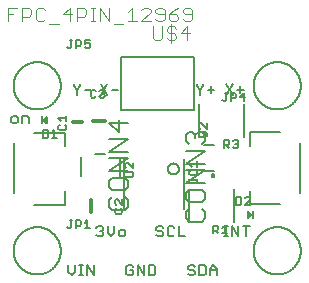
<source format=gbr>
G04 EAGLE Gerber RS-274X export*
G75*
%MOMM*%
%FSLAX34Y34*%
%LPD*%
%INSilkscreen Top*%
%IPPOS*%
%AMOC8*
5,1,8,0,0,1.08239X$1,22.5*%
G01*
%ADD10C,0.152400*%
%ADD11C,0.127000*%
%ADD12C,0.304800*%
%ADD13C,0.203200*%
%ADD14R,0.127000X0.762000*%
%ADD15C,0.101600*%

G36*
X33538Y132593D02*
X33538Y132593D01*
X33567Y132590D01*
X33659Y132610D01*
X33752Y132623D01*
X33779Y132636D01*
X33808Y132642D01*
X33888Y132690D01*
X33972Y132732D01*
X33993Y132753D01*
X34019Y132768D01*
X34080Y132840D01*
X34146Y132906D01*
X34159Y132932D01*
X34179Y132955D01*
X34214Y133042D01*
X34256Y133126D01*
X34260Y133156D01*
X34271Y133183D01*
X34289Y133350D01*
X34289Y138430D01*
X34284Y138459D01*
X34287Y138489D01*
X34265Y138580D01*
X34250Y138673D01*
X34236Y138699D01*
X34229Y138728D01*
X34178Y138807D01*
X34134Y138890D01*
X34113Y138911D01*
X34097Y138936D01*
X34024Y138995D01*
X33956Y139060D01*
X33929Y139072D01*
X33906Y139091D01*
X33818Y139124D01*
X33733Y139163D01*
X33703Y139166D01*
X33676Y139177D01*
X33582Y139180D01*
X33489Y139190D01*
X33459Y139184D01*
X33430Y139185D01*
X33340Y139158D01*
X33248Y139138D01*
X33223Y139123D01*
X33194Y139114D01*
X33052Y139024D01*
X29877Y136484D01*
X29808Y136407D01*
X29735Y136334D01*
X29726Y136317D01*
X29713Y136302D01*
X29671Y136206D01*
X29625Y136114D01*
X29623Y136094D01*
X29615Y136076D01*
X29606Y135973D01*
X29592Y135870D01*
X29596Y135851D01*
X29594Y135831D01*
X29619Y135730D01*
X29638Y135628D01*
X29648Y135611D01*
X29652Y135592D01*
X29708Y135505D01*
X29759Y135414D01*
X29776Y135397D01*
X29784Y135384D01*
X29809Y135364D01*
X29877Y135296D01*
X33052Y132756D01*
X33078Y132741D01*
X33100Y132721D01*
X33185Y132681D01*
X33267Y132635D01*
X33296Y132629D01*
X33323Y132617D01*
X33416Y132607D01*
X33508Y132589D01*
X33538Y132593D01*
G37*
G36*
X204031Y52586D02*
X204031Y52586D01*
X204060Y52585D01*
X204150Y52612D01*
X204242Y52632D01*
X204267Y52647D01*
X204296Y52656D01*
X204438Y52746D01*
X207613Y55286D01*
X207682Y55363D01*
X207755Y55436D01*
X207764Y55454D01*
X207777Y55468D01*
X207819Y55564D01*
X207865Y55656D01*
X207867Y55676D01*
X207875Y55694D01*
X207884Y55797D01*
X207898Y55900D01*
X207894Y55919D01*
X207896Y55939D01*
X207871Y56040D01*
X207852Y56142D01*
X207842Y56159D01*
X207838Y56178D01*
X207782Y56266D01*
X207731Y56356D01*
X207714Y56373D01*
X207706Y56386D01*
X207681Y56406D01*
X207613Y56474D01*
X204438Y59014D01*
X204412Y59029D01*
X204390Y59050D01*
X204305Y59089D01*
X204223Y59135D01*
X204194Y59141D01*
X204167Y59153D01*
X204074Y59163D01*
X203982Y59181D01*
X203952Y59177D01*
X203923Y59180D01*
X203831Y59160D01*
X203738Y59148D01*
X203711Y59134D01*
X203682Y59128D01*
X203602Y59080D01*
X203518Y59038D01*
X203497Y59017D01*
X203471Y59002D01*
X203410Y58930D01*
X203344Y58864D01*
X203331Y58838D01*
X203311Y58815D01*
X203276Y58728D01*
X203234Y58644D01*
X203230Y58614D01*
X203219Y58587D01*
X203201Y58420D01*
X203201Y53340D01*
X203206Y53311D01*
X203203Y53281D01*
X203225Y53190D01*
X203241Y53097D01*
X203254Y53071D01*
X203261Y53042D01*
X203312Y52963D01*
X203356Y52880D01*
X203377Y52859D01*
X203393Y52834D01*
X203466Y52775D01*
X203534Y52711D01*
X203561Y52698D01*
X203584Y52679D01*
X203672Y52646D01*
X203757Y52607D01*
X203787Y52604D01*
X203814Y52593D01*
X203908Y52590D01*
X204001Y52580D01*
X204031Y52586D01*
G37*
D10*
X51788Y13215D02*
X51788Y7453D01*
X54670Y4572D01*
X57551Y7453D01*
X57551Y13215D01*
X61144Y4572D02*
X64025Y4572D01*
X62584Y4572D02*
X62584Y13215D01*
X61144Y13215D02*
X64025Y13215D01*
X67380Y13215D02*
X67380Y4572D01*
X73143Y4572D02*
X67380Y13215D01*
X73143Y13215D02*
X73143Y4572D01*
X75629Y44795D02*
X77070Y46235D01*
X79951Y46235D01*
X81391Y44795D01*
X81391Y43354D01*
X79951Y41914D01*
X78510Y41914D01*
X79951Y41914D02*
X81391Y40473D01*
X81391Y39033D01*
X79951Y37592D01*
X77070Y37592D01*
X75629Y39033D01*
X84984Y40473D02*
X84984Y46235D01*
X84984Y40473D02*
X87866Y37592D01*
X90747Y40473D01*
X90747Y46235D01*
X95780Y37592D02*
X98661Y37592D01*
X100102Y39033D01*
X100102Y41914D01*
X98661Y43354D01*
X95780Y43354D01*
X94340Y41914D01*
X94340Y39033D01*
X95780Y37592D01*
X105351Y13215D02*
X106791Y11775D01*
X105351Y13215D02*
X102470Y13215D01*
X101029Y11775D01*
X101029Y6013D01*
X102470Y4572D01*
X105351Y4572D01*
X106791Y6013D01*
X106791Y8894D01*
X103910Y8894D01*
X110384Y13215D02*
X110384Y4572D01*
X116147Y4572D02*
X110384Y13215D01*
X116147Y13215D02*
X116147Y4572D01*
X119740Y4572D02*
X119740Y13215D01*
X119740Y4572D02*
X124061Y4572D01*
X125502Y6013D01*
X125502Y11775D01*
X124061Y13215D01*
X119740Y13215D01*
X132191Y44795D02*
X130751Y46235D01*
X127870Y46235D01*
X126429Y44795D01*
X126429Y43354D01*
X127870Y41914D01*
X130751Y41914D01*
X132191Y40473D01*
X132191Y39033D01*
X130751Y37592D01*
X127870Y37592D01*
X126429Y39033D01*
X140106Y46235D02*
X141547Y44795D01*
X140106Y46235D02*
X137225Y46235D01*
X135784Y44795D01*
X135784Y39033D01*
X137225Y37592D01*
X140106Y37592D01*
X141547Y39033D01*
X145140Y37592D02*
X145140Y46235D01*
X145140Y37592D02*
X150902Y37592D01*
X157421Y13215D02*
X158861Y11775D01*
X157421Y13215D02*
X154540Y13215D01*
X153099Y11775D01*
X153099Y10334D01*
X154540Y8894D01*
X157421Y8894D01*
X158861Y7453D01*
X158861Y6013D01*
X157421Y4572D01*
X154540Y4572D01*
X153099Y6013D01*
X162454Y4572D02*
X162454Y13215D01*
X162454Y4572D02*
X166776Y4572D01*
X168217Y6013D01*
X168217Y11775D01*
X166776Y13215D01*
X162454Y13215D01*
X171810Y10334D02*
X171810Y4572D01*
X171810Y10334D02*
X174691Y13215D01*
X177572Y10334D01*
X177572Y4572D01*
X177572Y8894D02*
X171810Y8894D01*
X183868Y37592D02*
X186750Y37592D01*
X185309Y37592D02*
X185309Y46235D01*
X183868Y46235D02*
X186750Y46235D01*
X190105Y46235D02*
X190105Y37592D01*
X195867Y37592D02*
X190105Y46235D01*
X195867Y46235D02*
X195867Y37592D01*
X202342Y37592D02*
X202342Y46235D01*
X205223Y46235D02*
X199460Y46235D01*
X56177Y164810D02*
X56177Y166250D01*
X56177Y164810D02*
X59058Y161929D01*
X61939Y164810D01*
X61939Y166250D01*
X59058Y161929D02*
X59058Y157607D01*
X65532Y161929D02*
X71294Y161929D01*
D11*
X7624Y133350D02*
X4658Y133350D01*
X7624Y133350D02*
X9107Y134833D01*
X9107Y137799D01*
X7624Y139282D01*
X4658Y139282D01*
X3175Y137799D01*
X3175Y134833D01*
X4658Y133350D01*
X12530Y133350D02*
X12530Y139282D01*
X16979Y139282D01*
X18462Y137799D01*
X18462Y133350D01*
D10*
X79037Y166250D02*
X84799Y157607D01*
X79037Y157607D02*
X84799Y166250D01*
X88392Y161929D02*
X94154Y161929D01*
X160317Y164810D02*
X160317Y166250D01*
X160317Y164810D02*
X163198Y161929D01*
X166079Y164810D01*
X166079Y166250D01*
X163198Y161929D02*
X163198Y157607D01*
X169672Y161929D02*
X175434Y161929D01*
X172553Y164810D02*
X172553Y159048D01*
X185082Y166250D02*
X190844Y157607D01*
X185082Y157607D02*
X190844Y166250D01*
X194437Y161929D02*
X200199Y161929D01*
X197318Y164810D02*
X197318Y159048D01*
D12*
X71120Y68580D02*
X71120Y58420D01*
D10*
X90926Y60219D02*
X92028Y61320D01*
X90926Y60219D02*
X90926Y58015D01*
X92028Y56914D01*
X96434Y56914D01*
X97536Y58015D01*
X97536Y60219D01*
X96434Y61320D01*
X97536Y64398D02*
X97536Y68804D01*
X97536Y64398D02*
X93130Y68804D01*
X92028Y68804D01*
X90926Y67703D01*
X90926Y65499D01*
X92028Y64398D01*
D13*
X62240Y88520D02*
X62240Y104520D01*
X95240Y104520D02*
X95240Y88520D01*
X82740Y107020D02*
X74740Y107020D01*
D10*
X99816Y87934D02*
X105324Y87934D01*
X106426Y89035D01*
X106426Y91239D01*
X105324Y92340D01*
X99816Y92340D01*
X106426Y95418D02*
X106426Y99824D01*
X106426Y95418D02*
X102020Y99824D01*
X100918Y99824D01*
X99816Y98723D01*
X99816Y96519D01*
X100918Y95418D01*
D12*
X82550Y135255D02*
X72390Y135255D01*
D10*
X75018Y160575D02*
X73917Y161677D01*
X71714Y161677D01*
X70612Y160575D01*
X70612Y156169D01*
X71714Y155067D01*
X73917Y155067D01*
X75018Y156169D01*
X78096Y160575D02*
X79198Y161677D01*
X81401Y161677D01*
X82503Y160575D01*
X82503Y159473D01*
X81401Y158372D01*
X80299Y158372D01*
X81401Y158372D02*
X82503Y157270D01*
X82503Y156169D01*
X81401Y155067D01*
X79198Y155067D01*
X78096Y156169D01*
D12*
X63690Y134620D02*
X55690Y134620D01*
D10*
X44530Y132168D02*
X43428Y131067D01*
X43428Y128864D01*
X44530Y127762D01*
X48936Y127762D01*
X50038Y128864D01*
X50038Y131067D01*
X48936Y132168D01*
X45632Y135246D02*
X43428Y137449D01*
X50038Y137449D01*
X50038Y135246D02*
X50038Y139653D01*
D13*
X162610Y149890D02*
X162610Y121890D01*
X200610Y121890D02*
X200610Y149890D01*
D10*
X183404Y119134D02*
X183404Y112524D01*
X183404Y119134D02*
X186709Y119134D01*
X187810Y118032D01*
X187810Y115829D01*
X186709Y114727D01*
X183404Y114727D01*
X185607Y114727D02*
X187810Y112524D01*
X190888Y118032D02*
X191989Y119134D01*
X194193Y119134D01*
X195294Y118032D01*
X195294Y116930D01*
X194193Y115829D01*
X193091Y115829D01*
X194193Y115829D02*
X195294Y114727D01*
X195294Y113626D01*
X194193Y112524D01*
X191989Y112524D01*
X190888Y113626D01*
D13*
X175315Y93140D02*
X166315Y93140D01*
X166315Y115140D02*
X175315Y115140D01*
X173315Y89140D02*
X173317Y89203D01*
X173323Y89265D01*
X173333Y89327D01*
X173346Y89389D01*
X173364Y89449D01*
X173385Y89508D01*
X173410Y89566D01*
X173439Y89622D01*
X173471Y89676D01*
X173506Y89728D01*
X173544Y89777D01*
X173586Y89825D01*
X173630Y89869D01*
X173678Y89911D01*
X173727Y89949D01*
X173779Y89984D01*
X173833Y90016D01*
X173889Y90045D01*
X173947Y90070D01*
X174006Y90091D01*
X174066Y90109D01*
X174128Y90122D01*
X174190Y90132D01*
X174252Y90138D01*
X174315Y90140D01*
X174378Y90138D01*
X174440Y90132D01*
X174502Y90122D01*
X174564Y90109D01*
X174624Y90091D01*
X174683Y90070D01*
X174741Y90045D01*
X174797Y90016D01*
X174851Y89984D01*
X174903Y89949D01*
X174952Y89911D01*
X175000Y89869D01*
X175044Y89825D01*
X175086Y89777D01*
X175124Y89728D01*
X175159Y89676D01*
X175191Y89622D01*
X175220Y89566D01*
X175245Y89508D01*
X175266Y89449D01*
X175284Y89389D01*
X175297Y89327D01*
X175307Y89265D01*
X175313Y89203D01*
X175315Y89140D01*
X175313Y89077D01*
X175307Y89015D01*
X175297Y88953D01*
X175284Y88891D01*
X175266Y88831D01*
X175245Y88772D01*
X175220Y88714D01*
X175191Y88658D01*
X175159Y88604D01*
X175124Y88552D01*
X175086Y88503D01*
X175044Y88455D01*
X175000Y88411D01*
X174952Y88369D01*
X174903Y88331D01*
X174851Y88296D01*
X174797Y88264D01*
X174741Y88235D01*
X174683Y88210D01*
X174624Y88189D01*
X174564Y88171D01*
X174502Y88158D01*
X174440Y88148D01*
X174378Y88142D01*
X174315Y88140D01*
X174252Y88142D01*
X174190Y88148D01*
X174128Y88158D01*
X174066Y88171D01*
X174006Y88189D01*
X173947Y88210D01*
X173889Y88235D01*
X173833Y88264D01*
X173779Y88296D01*
X173727Y88331D01*
X173678Y88369D01*
X173630Y88411D01*
X173586Y88455D01*
X173544Y88503D01*
X173506Y88552D01*
X173471Y88604D01*
X173439Y88658D01*
X173410Y88714D01*
X173385Y88772D01*
X173364Y88831D01*
X173346Y88891D01*
X173333Y88953D01*
X173323Y89015D01*
X173317Y89077D01*
X173315Y89140D01*
D10*
X167681Y121412D02*
X163275Y121412D01*
X162173Y122514D01*
X162173Y124717D01*
X163275Y125818D01*
X167681Y125818D01*
X168783Y124717D01*
X168783Y122514D01*
X167681Y121412D01*
X166580Y123615D02*
X168783Y125818D01*
X168783Y128896D02*
X168783Y133303D01*
X164377Y133303D02*
X168783Y128896D01*
X164377Y133303D02*
X163275Y133303D01*
X162173Y132201D01*
X162173Y129998D01*
X163275Y128896D01*
X51902Y44450D02*
X50800Y45552D01*
X51902Y44450D02*
X53003Y44450D01*
X54105Y45552D01*
X54105Y51060D01*
X55206Y51060D02*
X53003Y51060D01*
X58284Y51060D02*
X58284Y44450D01*
X58284Y51060D02*
X61589Y51060D01*
X62691Y49958D01*
X62691Y47755D01*
X61589Y46653D01*
X58284Y46653D01*
X65768Y48856D02*
X67972Y51060D01*
X67972Y44450D01*
X70175Y44450D02*
X65768Y44450D01*
D13*
X5400Y165100D02*
X5406Y165591D01*
X5424Y166081D01*
X5454Y166571D01*
X5496Y167060D01*
X5550Y167548D01*
X5616Y168035D01*
X5694Y168519D01*
X5784Y169002D01*
X5886Y169482D01*
X5999Y169960D01*
X6124Y170434D01*
X6261Y170906D01*
X6409Y171374D01*
X6569Y171838D01*
X6740Y172298D01*
X6922Y172754D01*
X7116Y173205D01*
X7320Y173651D01*
X7536Y174092D01*
X7762Y174528D01*
X7998Y174958D01*
X8245Y175382D01*
X8503Y175800D01*
X8771Y176211D01*
X9048Y176616D01*
X9336Y177014D01*
X9633Y177405D01*
X9940Y177788D01*
X10256Y178163D01*
X10581Y178531D01*
X10915Y178891D01*
X11258Y179242D01*
X11609Y179585D01*
X11969Y179919D01*
X12337Y180244D01*
X12712Y180560D01*
X13095Y180867D01*
X13486Y181164D01*
X13884Y181452D01*
X14289Y181729D01*
X14700Y181997D01*
X15118Y182255D01*
X15542Y182502D01*
X15972Y182738D01*
X16408Y182964D01*
X16849Y183180D01*
X17295Y183384D01*
X17746Y183578D01*
X18202Y183760D01*
X18662Y183931D01*
X19126Y184091D01*
X19594Y184239D01*
X20066Y184376D01*
X20540Y184501D01*
X21018Y184614D01*
X21498Y184716D01*
X21981Y184806D01*
X22465Y184884D01*
X22952Y184950D01*
X23440Y185004D01*
X23929Y185046D01*
X24419Y185076D01*
X24909Y185094D01*
X25400Y185100D01*
X25891Y185094D01*
X26381Y185076D01*
X26871Y185046D01*
X27360Y185004D01*
X27848Y184950D01*
X28335Y184884D01*
X28819Y184806D01*
X29302Y184716D01*
X29782Y184614D01*
X30260Y184501D01*
X30734Y184376D01*
X31206Y184239D01*
X31674Y184091D01*
X32138Y183931D01*
X32598Y183760D01*
X33054Y183578D01*
X33505Y183384D01*
X33951Y183180D01*
X34392Y182964D01*
X34828Y182738D01*
X35258Y182502D01*
X35682Y182255D01*
X36100Y181997D01*
X36511Y181729D01*
X36916Y181452D01*
X37314Y181164D01*
X37705Y180867D01*
X38088Y180560D01*
X38463Y180244D01*
X38831Y179919D01*
X39191Y179585D01*
X39542Y179242D01*
X39885Y178891D01*
X40219Y178531D01*
X40544Y178163D01*
X40860Y177788D01*
X41167Y177405D01*
X41464Y177014D01*
X41752Y176616D01*
X42029Y176211D01*
X42297Y175800D01*
X42555Y175382D01*
X42802Y174958D01*
X43038Y174528D01*
X43264Y174092D01*
X43480Y173651D01*
X43684Y173205D01*
X43878Y172754D01*
X44060Y172298D01*
X44231Y171838D01*
X44391Y171374D01*
X44539Y170906D01*
X44676Y170434D01*
X44801Y169960D01*
X44914Y169482D01*
X45016Y169002D01*
X45106Y168519D01*
X45184Y168035D01*
X45250Y167548D01*
X45304Y167060D01*
X45346Y166571D01*
X45376Y166081D01*
X45394Y165591D01*
X45400Y165100D01*
X45394Y164609D01*
X45376Y164119D01*
X45346Y163629D01*
X45304Y163140D01*
X45250Y162652D01*
X45184Y162165D01*
X45106Y161681D01*
X45016Y161198D01*
X44914Y160718D01*
X44801Y160240D01*
X44676Y159766D01*
X44539Y159294D01*
X44391Y158826D01*
X44231Y158362D01*
X44060Y157902D01*
X43878Y157446D01*
X43684Y156995D01*
X43480Y156549D01*
X43264Y156108D01*
X43038Y155672D01*
X42802Y155242D01*
X42555Y154818D01*
X42297Y154400D01*
X42029Y153989D01*
X41752Y153584D01*
X41464Y153186D01*
X41167Y152795D01*
X40860Y152412D01*
X40544Y152037D01*
X40219Y151669D01*
X39885Y151309D01*
X39542Y150958D01*
X39191Y150615D01*
X38831Y150281D01*
X38463Y149956D01*
X38088Y149640D01*
X37705Y149333D01*
X37314Y149036D01*
X36916Y148748D01*
X36511Y148471D01*
X36100Y148203D01*
X35682Y147945D01*
X35258Y147698D01*
X34828Y147462D01*
X34392Y147236D01*
X33951Y147020D01*
X33505Y146816D01*
X33054Y146622D01*
X32598Y146440D01*
X32138Y146269D01*
X31674Y146109D01*
X31206Y145961D01*
X30734Y145824D01*
X30260Y145699D01*
X29782Y145586D01*
X29302Y145484D01*
X28819Y145394D01*
X28335Y145316D01*
X27848Y145250D01*
X27360Y145196D01*
X26871Y145154D01*
X26381Y145124D01*
X25891Y145106D01*
X25400Y145100D01*
X24909Y145106D01*
X24419Y145124D01*
X23929Y145154D01*
X23440Y145196D01*
X22952Y145250D01*
X22465Y145316D01*
X21981Y145394D01*
X21498Y145484D01*
X21018Y145586D01*
X20540Y145699D01*
X20066Y145824D01*
X19594Y145961D01*
X19126Y146109D01*
X18662Y146269D01*
X18202Y146440D01*
X17746Y146622D01*
X17295Y146816D01*
X16849Y147020D01*
X16408Y147236D01*
X15972Y147462D01*
X15542Y147698D01*
X15118Y147945D01*
X14700Y148203D01*
X14289Y148471D01*
X13884Y148748D01*
X13486Y149036D01*
X13095Y149333D01*
X12712Y149640D01*
X12337Y149956D01*
X11969Y150281D01*
X11609Y150615D01*
X11258Y150958D01*
X10915Y151309D01*
X10581Y151669D01*
X10256Y152037D01*
X9940Y152412D01*
X9633Y152795D01*
X9336Y153186D01*
X9048Y153584D01*
X8771Y153989D01*
X8503Y154400D01*
X8245Y154818D01*
X7998Y155242D01*
X7762Y155672D01*
X7536Y156108D01*
X7320Y156549D01*
X7116Y156995D01*
X6922Y157446D01*
X6740Y157902D01*
X6569Y158362D01*
X6409Y158826D01*
X6261Y159294D01*
X6124Y159766D01*
X5999Y160240D01*
X5886Y160718D01*
X5784Y161198D01*
X5694Y161681D01*
X5616Y162165D01*
X5550Y162652D01*
X5496Y163140D01*
X5454Y163629D01*
X5424Y164119D01*
X5406Y164609D01*
X5400Y165100D01*
X208600Y165100D02*
X208606Y165591D01*
X208624Y166081D01*
X208654Y166571D01*
X208696Y167060D01*
X208750Y167548D01*
X208816Y168035D01*
X208894Y168519D01*
X208984Y169002D01*
X209086Y169482D01*
X209199Y169960D01*
X209324Y170434D01*
X209461Y170906D01*
X209609Y171374D01*
X209769Y171838D01*
X209940Y172298D01*
X210122Y172754D01*
X210316Y173205D01*
X210520Y173651D01*
X210736Y174092D01*
X210962Y174528D01*
X211198Y174958D01*
X211445Y175382D01*
X211703Y175800D01*
X211971Y176211D01*
X212248Y176616D01*
X212536Y177014D01*
X212833Y177405D01*
X213140Y177788D01*
X213456Y178163D01*
X213781Y178531D01*
X214115Y178891D01*
X214458Y179242D01*
X214809Y179585D01*
X215169Y179919D01*
X215537Y180244D01*
X215912Y180560D01*
X216295Y180867D01*
X216686Y181164D01*
X217084Y181452D01*
X217489Y181729D01*
X217900Y181997D01*
X218318Y182255D01*
X218742Y182502D01*
X219172Y182738D01*
X219608Y182964D01*
X220049Y183180D01*
X220495Y183384D01*
X220946Y183578D01*
X221402Y183760D01*
X221862Y183931D01*
X222326Y184091D01*
X222794Y184239D01*
X223266Y184376D01*
X223740Y184501D01*
X224218Y184614D01*
X224698Y184716D01*
X225181Y184806D01*
X225665Y184884D01*
X226152Y184950D01*
X226640Y185004D01*
X227129Y185046D01*
X227619Y185076D01*
X228109Y185094D01*
X228600Y185100D01*
X229091Y185094D01*
X229581Y185076D01*
X230071Y185046D01*
X230560Y185004D01*
X231048Y184950D01*
X231535Y184884D01*
X232019Y184806D01*
X232502Y184716D01*
X232982Y184614D01*
X233460Y184501D01*
X233934Y184376D01*
X234406Y184239D01*
X234874Y184091D01*
X235338Y183931D01*
X235798Y183760D01*
X236254Y183578D01*
X236705Y183384D01*
X237151Y183180D01*
X237592Y182964D01*
X238028Y182738D01*
X238458Y182502D01*
X238882Y182255D01*
X239300Y181997D01*
X239711Y181729D01*
X240116Y181452D01*
X240514Y181164D01*
X240905Y180867D01*
X241288Y180560D01*
X241663Y180244D01*
X242031Y179919D01*
X242391Y179585D01*
X242742Y179242D01*
X243085Y178891D01*
X243419Y178531D01*
X243744Y178163D01*
X244060Y177788D01*
X244367Y177405D01*
X244664Y177014D01*
X244952Y176616D01*
X245229Y176211D01*
X245497Y175800D01*
X245755Y175382D01*
X246002Y174958D01*
X246238Y174528D01*
X246464Y174092D01*
X246680Y173651D01*
X246884Y173205D01*
X247078Y172754D01*
X247260Y172298D01*
X247431Y171838D01*
X247591Y171374D01*
X247739Y170906D01*
X247876Y170434D01*
X248001Y169960D01*
X248114Y169482D01*
X248216Y169002D01*
X248306Y168519D01*
X248384Y168035D01*
X248450Y167548D01*
X248504Y167060D01*
X248546Y166571D01*
X248576Y166081D01*
X248594Y165591D01*
X248600Y165100D01*
X248594Y164609D01*
X248576Y164119D01*
X248546Y163629D01*
X248504Y163140D01*
X248450Y162652D01*
X248384Y162165D01*
X248306Y161681D01*
X248216Y161198D01*
X248114Y160718D01*
X248001Y160240D01*
X247876Y159766D01*
X247739Y159294D01*
X247591Y158826D01*
X247431Y158362D01*
X247260Y157902D01*
X247078Y157446D01*
X246884Y156995D01*
X246680Y156549D01*
X246464Y156108D01*
X246238Y155672D01*
X246002Y155242D01*
X245755Y154818D01*
X245497Y154400D01*
X245229Y153989D01*
X244952Y153584D01*
X244664Y153186D01*
X244367Y152795D01*
X244060Y152412D01*
X243744Y152037D01*
X243419Y151669D01*
X243085Y151309D01*
X242742Y150958D01*
X242391Y150615D01*
X242031Y150281D01*
X241663Y149956D01*
X241288Y149640D01*
X240905Y149333D01*
X240514Y149036D01*
X240116Y148748D01*
X239711Y148471D01*
X239300Y148203D01*
X238882Y147945D01*
X238458Y147698D01*
X238028Y147462D01*
X237592Y147236D01*
X237151Y147020D01*
X236705Y146816D01*
X236254Y146622D01*
X235798Y146440D01*
X235338Y146269D01*
X234874Y146109D01*
X234406Y145961D01*
X233934Y145824D01*
X233460Y145699D01*
X232982Y145586D01*
X232502Y145484D01*
X232019Y145394D01*
X231535Y145316D01*
X231048Y145250D01*
X230560Y145196D01*
X230071Y145154D01*
X229581Y145124D01*
X229091Y145106D01*
X228600Y145100D01*
X228109Y145106D01*
X227619Y145124D01*
X227129Y145154D01*
X226640Y145196D01*
X226152Y145250D01*
X225665Y145316D01*
X225181Y145394D01*
X224698Y145484D01*
X224218Y145586D01*
X223740Y145699D01*
X223266Y145824D01*
X222794Y145961D01*
X222326Y146109D01*
X221862Y146269D01*
X221402Y146440D01*
X220946Y146622D01*
X220495Y146816D01*
X220049Y147020D01*
X219608Y147236D01*
X219172Y147462D01*
X218742Y147698D01*
X218318Y147945D01*
X217900Y148203D01*
X217489Y148471D01*
X217084Y148748D01*
X216686Y149036D01*
X216295Y149333D01*
X215912Y149640D01*
X215537Y149956D01*
X215169Y150281D01*
X214809Y150615D01*
X214458Y150958D01*
X214115Y151309D01*
X213781Y151669D01*
X213456Y152037D01*
X213140Y152412D01*
X212833Y152795D01*
X212536Y153186D01*
X212248Y153584D01*
X211971Y153989D01*
X211703Y154400D01*
X211445Y154818D01*
X211198Y155242D01*
X210962Y155672D01*
X210736Y156108D01*
X210520Y156549D01*
X210316Y156995D01*
X210122Y157446D01*
X209940Y157902D01*
X209769Y158362D01*
X209609Y158826D01*
X209461Y159294D01*
X209324Y159766D01*
X209199Y160240D01*
X209086Y160718D01*
X208984Y161198D01*
X208894Y161681D01*
X208816Y162165D01*
X208750Y162652D01*
X208696Y163140D01*
X208654Y163629D01*
X208624Y164119D01*
X208606Y164609D01*
X208600Y165100D01*
D10*
X205190Y65250D02*
X231190Y65250D01*
X205190Y65250D02*
X205190Y76250D01*
X205190Y114250D02*
X205190Y126250D01*
X231190Y126250D01*
X248190Y116250D02*
X248190Y74250D01*
X154010Y60859D02*
X151298Y58147D01*
X151298Y52724D01*
X154010Y50012D01*
X164856Y50012D01*
X167568Y52724D01*
X167568Y58147D01*
X164856Y60859D01*
X151298Y69095D02*
X151298Y74519D01*
X151298Y69095D02*
X154010Y66384D01*
X164856Y66384D01*
X167568Y69095D01*
X167568Y74519D01*
X164856Y77230D01*
X154010Y77230D01*
X151298Y74519D01*
X151298Y82755D02*
X167568Y82755D01*
X167568Y93602D02*
X151298Y82755D01*
X151298Y93602D02*
X167568Y93602D01*
X167568Y99127D02*
X151298Y99127D01*
X167568Y109973D01*
X151298Y109973D01*
X154010Y115498D02*
X151298Y118210D01*
X151298Y123633D01*
X154010Y126345D01*
X156721Y126345D01*
X159433Y123633D01*
X159433Y120922D01*
X159433Y123633D02*
X162145Y126345D01*
X164856Y126345D01*
X167568Y123633D01*
X167568Y118210D01*
X164856Y115498D01*
X48810Y125250D02*
X22810Y125250D01*
X48810Y125250D02*
X48810Y114250D01*
X48810Y76250D02*
X48810Y64250D01*
X22810Y64250D01*
X5810Y74250D02*
X5810Y116250D01*
X86418Y68289D02*
X89130Y71001D01*
X86418Y68289D02*
X86418Y62866D01*
X89130Y60154D01*
X99976Y60154D01*
X102688Y62866D01*
X102688Y68289D01*
X99976Y71001D01*
X86418Y79237D02*
X86418Y84661D01*
X86418Y79237D02*
X89130Y76526D01*
X99976Y76526D01*
X102688Y79237D01*
X102688Y84661D01*
X99976Y87372D01*
X89130Y87372D01*
X86418Y84661D01*
X86418Y92897D02*
X102688Y92897D01*
X102688Y103744D02*
X86418Y92897D01*
X86418Y103744D02*
X102688Y103744D01*
X102688Y109269D02*
X86418Y109269D01*
X102688Y120115D01*
X86418Y120115D01*
X86418Y133775D02*
X102688Y133775D01*
X94553Y125640D02*
X86418Y133775D01*
X94553Y136487D02*
X94553Y125640D01*
D13*
X5400Y25400D02*
X5406Y25891D01*
X5424Y26381D01*
X5454Y26871D01*
X5496Y27360D01*
X5550Y27848D01*
X5616Y28335D01*
X5694Y28819D01*
X5784Y29302D01*
X5886Y29782D01*
X5999Y30260D01*
X6124Y30734D01*
X6261Y31206D01*
X6409Y31674D01*
X6569Y32138D01*
X6740Y32598D01*
X6922Y33054D01*
X7116Y33505D01*
X7320Y33951D01*
X7536Y34392D01*
X7762Y34828D01*
X7998Y35258D01*
X8245Y35682D01*
X8503Y36100D01*
X8771Y36511D01*
X9048Y36916D01*
X9336Y37314D01*
X9633Y37705D01*
X9940Y38088D01*
X10256Y38463D01*
X10581Y38831D01*
X10915Y39191D01*
X11258Y39542D01*
X11609Y39885D01*
X11969Y40219D01*
X12337Y40544D01*
X12712Y40860D01*
X13095Y41167D01*
X13486Y41464D01*
X13884Y41752D01*
X14289Y42029D01*
X14700Y42297D01*
X15118Y42555D01*
X15542Y42802D01*
X15972Y43038D01*
X16408Y43264D01*
X16849Y43480D01*
X17295Y43684D01*
X17746Y43878D01*
X18202Y44060D01*
X18662Y44231D01*
X19126Y44391D01*
X19594Y44539D01*
X20066Y44676D01*
X20540Y44801D01*
X21018Y44914D01*
X21498Y45016D01*
X21981Y45106D01*
X22465Y45184D01*
X22952Y45250D01*
X23440Y45304D01*
X23929Y45346D01*
X24419Y45376D01*
X24909Y45394D01*
X25400Y45400D01*
X25891Y45394D01*
X26381Y45376D01*
X26871Y45346D01*
X27360Y45304D01*
X27848Y45250D01*
X28335Y45184D01*
X28819Y45106D01*
X29302Y45016D01*
X29782Y44914D01*
X30260Y44801D01*
X30734Y44676D01*
X31206Y44539D01*
X31674Y44391D01*
X32138Y44231D01*
X32598Y44060D01*
X33054Y43878D01*
X33505Y43684D01*
X33951Y43480D01*
X34392Y43264D01*
X34828Y43038D01*
X35258Y42802D01*
X35682Y42555D01*
X36100Y42297D01*
X36511Y42029D01*
X36916Y41752D01*
X37314Y41464D01*
X37705Y41167D01*
X38088Y40860D01*
X38463Y40544D01*
X38831Y40219D01*
X39191Y39885D01*
X39542Y39542D01*
X39885Y39191D01*
X40219Y38831D01*
X40544Y38463D01*
X40860Y38088D01*
X41167Y37705D01*
X41464Y37314D01*
X41752Y36916D01*
X42029Y36511D01*
X42297Y36100D01*
X42555Y35682D01*
X42802Y35258D01*
X43038Y34828D01*
X43264Y34392D01*
X43480Y33951D01*
X43684Y33505D01*
X43878Y33054D01*
X44060Y32598D01*
X44231Y32138D01*
X44391Y31674D01*
X44539Y31206D01*
X44676Y30734D01*
X44801Y30260D01*
X44914Y29782D01*
X45016Y29302D01*
X45106Y28819D01*
X45184Y28335D01*
X45250Y27848D01*
X45304Y27360D01*
X45346Y26871D01*
X45376Y26381D01*
X45394Y25891D01*
X45400Y25400D01*
X45394Y24909D01*
X45376Y24419D01*
X45346Y23929D01*
X45304Y23440D01*
X45250Y22952D01*
X45184Y22465D01*
X45106Y21981D01*
X45016Y21498D01*
X44914Y21018D01*
X44801Y20540D01*
X44676Y20066D01*
X44539Y19594D01*
X44391Y19126D01*
X44231Y18662D01*
X44060Y18202D01*
X43878Y17746D01*
X43684Y17295D01*
X43480Y16849D01*
X43264Y16408D01*
X43038Y15972D01*
X42802Y15542D01*
X42555Y15118D01*
X42297Y14700D01*
X42029Y14289D01*
X41752Y13884D01*
X41464Y13486D01*
X41167Y13095D01*
X40860Y12712D01*
X40544Y12337D01*
X40219Y11969D01*
X39885Y11609D01*
X39542Y11258D01*
X39191Y10915D01*
X38831Y10581D01*
X38463Y10256D01*
X38088Y9940D01*
X37705Y9633D01*
X37314Y9336D01*
X36916Y9048D01*
X36511Y8771D01*
X36100Y8503D01*
X35682Y8245D01*
X35258Y7998D01*
X34828Y7762D01*
X34392Y7536D01*
X33951Y7320D01*
X33505Y7116D01*
X33054Y6922D01*
X32598Y6740D01*
X32138Y6569D01*
X31674Y6409D01*
X31206Y6261D01*
X30734Y6124D01*
X30260Y5999D01*
X29782Y5886D01*
X29302Y5784D01*
X28819Y5694D01*
X28335Y5616D01*
X27848Y5550D01*
X27360Y5496D01*
X26871Y5454D01*
X26381Y5424D01*
X25891Y5406D01*
X25400Y5400D01*
X24909Y5406D01*
X24419Y5424D01*
X23929Y5454D01*
X23440Y5496D01*
X22952Y5550D01*
X22465Y5616D01*
X21981Y5694D01*
X21498Y5784D01*
X21018Y5886D01*
X20540Y5999D01*
X20066Y6124D01*
X19594Y6261D01*
X19126Y6409D01*
X18662Y6569D01*
X18202Y6740D01*
X17746Y6922D01*
X17295Y7116D01*
X16849Y7320D01*
X16408Y7536D01*
X15972Y7762D01*
X15542Y7998D01*
X15118Y8245D01*
X14700Y8503D01*
X14289Y8771D01*
X13884Y9048D01*
X13486Y9336D01*
X13095Y9633D01*
X12712Y9940D01*
X12337Y10256D01*
X11969Y10581D01*
X11609Y10915D01*
X11258Y11258D01*
X10915Y11609D01*
X10581Y11969D01*
X10256Y12337D01*
X9940Y12712D01*
X9633Y13095D01*
X9336Y13486D01*
X9048Y13884D01*
X8771Y14289D01*
X8503Y14700D01*
X8245Y15118D01*
X7998Y15542D01*
X7762Y15972D01*
X7536Y16408D01*
X7320Y16849D01*
X7116Y17295D01*
X6922Y17746D01*
X6740Y18202D01*
X6569Y18662D01*
X6409Y19126D01*
X6261Y19594D01*
X6124Y20066D01*
X5999Y20540D01*
X5886Y21018D01*
X5784Y21498D01*
X5694Y21981D01*
X5616Y22465D01*
X5550Y22952D01*
X5496Y23440D01*
X5454Y23929D01*
X5424Y24419D01*
X5406Y24909D01*
X5400Y25400D01*
X208600Y25400D02*
X208606Y25891D01*
X208624Y26381D01*
X208654Y26871D01*
X208696Y27360D01*
X208750Y27848D01*
X208816Y28335D01*
X208894Y28819D01*
X208984Y29302D01*
X209086Y29782D01*
X209199Y30260D01*
X209324Y30734D01*
X209461Y31206D01*
X209609Y31674D01*
X209769Y32138D01*
X209940Y32598D01*
X210122Y33054D01*
X210316Y33505D01*
X210520Y33951D01*
X210736Y34392D01*
X210962Y34828D01*
X211198Y35258D01*
X211445Y35682D01*
X211703Y36100D01*
X211971Y36511D01*
X212248Y36916D01*
X212536Y37314D01*
X212833Y37705D01*
X213140Y38088D01*
X213456Y38463D01*
X213781Y38831D01*
X214115Y39191D01*
X214458Y39542D01*
X214809Y39885D01*
X215169Y40219D01*
X215537Y40544D01*
X215912Y40860D01*
X216295Y41167D01*
X216686Y41464D01*
X217084Y41752D01*
X217489Y42029D01*
X217900Y42297D01*
X218318Y42555D01*
X218742Y42802D01*
X219172Y43038D01*
X219608Y43264D01*
X220049Y43480D01*
X220495Y43684D01*
X220946Y43878D01*
X221402Y44060D01*
X221862Y44231D01*
X222326Y44391D01*
X222794Y44539D01*
X223266Y44676D01*
X223740Y44801D01*
X224218Y44914D01*
X224698Y45016D01*
X225181Y45106D01*
X225665Y45184D01*
X226152Y45250D01*
X226640Y45304D01*
X227129Y45346D01*
X227619Y45376D01*
X228109Y45394D01*
X228600Y45400D01*
X229091Y45394D01*
X229581Y45376D01*
X230071Y45346D01*
X230560Y45304D01*
X231048Y45250D01*
X231535Y45184D01*
X232019Y45106D01*
X232502Y45016D01*
X232982Y44914D01*
X233460Y44801D01*
X233934Y44676D01*
X234406Y44539D01*
X234874Y44391D01*
X235338Y44231D01*
X235798Y44060D01*
X236254Y43878D01*
X236705Y43684D01*
X237151Y43480D01*
X237592Y43264D01*
X238028Y43038D01*
X238458Y42802D01*
X238882Y42555D01*
X239300Y42297D01*
X239711Y42029D01*
X240116Y41752D01*
X240514Y41464D01*
X240905Y41167D01*
X241288Y40860D01*
X241663Y40544D01*
X242031Y40219D01*
X242391Y39885D01*
X242742Y39542D01*
X243085Y39191D01*
X243419Y38831D01*
X243744Y38463D01*
X244060Y38088D01*
X244367Y37705D01*
X244664Y37314D01*
X244952Y36916D01*
X245229Y36511D01*
X245497Y36100D01*
X245755Y35682D01*
X246002Y35258D01*
X246238Y34828D01*
X246464Y34392D01*
X246680Y33951D01*
X246884Y33505D01*
X247078Y33054D01*
X247260Y32598D01*
X247431Y32138D01*
X247591Y31674D01*
X247739Y31206D01*
X247876Y30734D01*
X248001Y30260D01*
X248114Y29782D01*
X248216Y29302D01*
X248306Y28819D01*
X248384Y28335D01*
X248450Y27848D01*
X248504Y27360D01*
X248546Y26871D01*
X248576Y26381D01*
X248594Y25891D01*
X248600Y25400D01*
X248594Y24909D01*
X248576Y24419D01*
X248546Y23929D01*
X248504Y23440D01*
X248450Y22952D01*
X248384Y22465D01*
X248306Y21981D01*
X248216Y21498D01*
X248114Y21018D01*
X248001Y20540D01*
X247876Y20066D01*
X247739Y19594D01*
X247591Y19126D01*
X247431Y18662D01*
X247260Y18202D01*
X247078Y17746D01*
X246884Y17295D01*
X246680Y16849D01*
X246464Y16408D01*
X246238Y15972D01*
X246002Y15542D01*
X245755Y15118D01*
X245497Y14700D01*
X245229Y14289D01*
X244952Y13884D01*
X244664Y13486D01*
X244367Y13095D01*
X244060Y12712D01*
X243744Y12337D01*
X243419Y11969D01*
X243085Y11609D01*
X242742Y11258D01*
X242391Y10915D01*
X242031Y10581D01*
X241663Y10256D01*
X241288Y9940D01*
X240905Y9633D01*
X240514Y9336D01*
X240116Y9048D01*
X239711Y8771D01*
X239300Y8503D01*
X238882Y8245D01*
X238458Y7998D01*
X238028Y7762D01*
X237592Y7536D01*
X237151Y7320D01*
X236705Y7116D01*
X236254Y6922D01*
X235798Y6740D01*
X235338Y6569D01*
X234874Y6409D01*
X234406Y6261D01*
X233934Y6124D01*
X233460Y5999D01*
X232982Y5886D01*
X232502Y5784D01*
X232019Y5694D01*
X231535Y5616D01*
X231048Y5550D01*
X230560Y5496D01*
X230071Y5454D01*
X229581Y5424D01*
X229091Y5406D01*
X228600Y5400D01*
X228109Y5406D01*
X227619Y5424D01*
X227129Y5454D01*
X226640Y5496D01*
X226152Y5550D01*
X225665Y5616D01*
X225181Y5694D01*
X224698Y5784D01*
X224218Y5886D01*
X223740Y5999D01*
X223266Y6124D01*
X222794Y6261D01*
X222326Y6409D01*
X221862Y6569D01*
X221402Y6740D01*
X220946Y6922D01*
X220495Y7116D01*
X220049Y7320D01*
X219608Y7536D01*
X219172Y7762D01*
X218742Y7998D01*
X218318Y8245D01*
X217900Y8503D01*
X217489Y8771D01*
X217084Y9048D01*
X216686Y9336D01*
X216295Y9633D01*
X215912Y9940D01*
X215537Y10256D01*
X215169Y10581D01*
X214809Y10915D01*
X214458Y11258D01*
X214115Y11609D01*
X213781Y11969D01*
X213456Y12337D01*
X213140Y12712D01*
X212833Y13095D01*
X212536Y13486D01*
X212248Y13884D01*
X211971Y14289D01*
X211703Y14700D01*
X211445Y15118D01*
X211198Y15542D01*
X210962Y15972D01*
X210736Y16408D01*
X210520Y16849D01*
X210316Y17295D01*
X210122Y17746D01*
X209940Y18202D01*
X209769Y18662D01*
X209609Y19126D01*
X209461Y19594D01*
X209324Y20066D01*
X209199Y20540D01*
X209086Y21018D01*
X208984Y21498D01*
X208894Y21981D01*
X208816Y22465D01*
X208750Y22952D01*
X208696Y23440D01*
X208654Y23929D01*
X208624Y24419D01*
X208606Y24909D01*
X208600Y25400D01*
D14*
X29718Y135890D03*
D10*
X30244Y127514D02*
X30244Y120904D01*
X33549Y120904D01*
X34650Y122006D01*
X34650Y126412D01*
X33549Y127514D01*
X30244Y127514D01*
X37728Y125310D02*
X39931Y127514D01*
X39931Y120904D01*
X37728Y120904D02*
X42134Y120904D01*
D13*
X99314Y104108D02*
X99314Y60992D01*
X149606Y60992D02*
X149606Y102838D01*
X136144Y94742D02*
X136146Y94877D01*
X136152Y95012D01*
X136162Y95146D01*
X136176Y95280D01*
X136194Y95414D01*
X136215Y95547D01*
X136241Y95679D01*
X136271Y95811D01*
X136304Y95942D01*
X136341Y96071D01*
X136383Y96200D01*
X136427Y96327D01*
X136476Y96453D01*
X136528Y96577D01*
X136584Y96700D01*
X136644Y96821D01*
X136707Y96940D01*
X136773Y97057D01*
X136843Y97172D01*
X136917Y97286D01*
X136994Y97397D01*
X137073Y97505D01*
X137157Y97611D01*
X137243Y97715D01*
X137332Y97816D01*
X137424Y97915D01*
X137519Y98010D01*
X137617Y98103D01*
X137717Y98193D01*
X137820Y98280D01*
X137926Y98364D01*
X138034Y98445D01*
X138144Y98522D01*
X138257Y98596D01*
X138372Y98667D01*
X138489Y98735D01*
X138607Y98799D01*
X138728Y98859D01*
X138850Y98916D01*
X138974Y98969D01*
X139100Y99019D01*
X139226Y99065D01*
X139355Y99107D01*
X139484Y99145D01*
X139614Y99179D01*
X139746Y99210D01*
X139878Y99237D01*
X140011Y99259D01*
X140144Y99278D01*
X140278Y99293D01*
X140413Y99304D01*
X140547Y99311D01*
X140682Y99314D01*
X140817Y99313D01*
X140952Y99308D01*
X141086Y99299D01*
X141221Y99286D01*
X141355Y99269D01*
X141488Y99248D01*
X141620Y99224D01*
X141752Y99195D01*
X141883Y99163D01*
X142013Y99126D01*
X142142Y99086D01*
X142269Y99042D01*
X142395Y98994D01*
X142520Y98943D01*
X142643Y98888D01*
X142765Y98829D01*
X142884Y98767D01*
X143002Y98701D01*
X143118Y98632D01*
X143231Y98560D01*
X143343Y98484D01*
X143452Y98405D01*
X143559Y98323D01*
X143663Y98237D01*
X143765Y98149D01*
X143864Y98057D01*
X143961Y97963D01*
X144054Y97866D01*
X144145Y97766D01*
X144233Y97664D01*
X144317Y97559D01*
X144399Y97451D01*
X144477Y97341D01*
X144552Y97229D01*
X144624Y97115D01*
X144692Y96999D01*
X144757Y96880D01*
X144818Y96760D01*
X144876Y96638D01*
X144930Y96515D01*
X144981Y96390D01*
X145027Y96263D01*
X145070Y96136D01*
X145110Y96007D01*
X145145Y95876D01*
X145177Y95745D01*
X145204Y95613D01*
X145228Y95481D01*
X145248Y95347D01*
X145264Y95213D01*
X145276Y95079D01*
X145284Y94944D01*
X145288Y94809D01*
X145288Y94675D01*
X145284Y94540D01*
X145276Y94405D01*
X145264Y94271D01*
X145248Y94137D01*
X145228Y94003D01*
X145204Y93871D01*
X145177Y93739D01*
X145145Y93608D01*
X145110Y93477D01*
X145070Y93348D01*
X145027Y93221D01*
X144981Y93094D01*
X144930Y92969D01*
X144876Y92846D01*
X144818Y92724D01*
X144757Y92604D01*
X144692Y92485D01*
X144624Y92369D01*
X144552Y92255D01*
X144477Y92143D01*
X144399Y92033D01*
X144317Y91925D01*
X144233Y91820D01*
X144145Y91718D01*
X144054Y91618D01*
X143961Y91521D01*
X143864Y91427D01*
X143765Y91335D01*
X143663Y91247D01*
X143559Y91161D01*
X143452Y91079D01*
X143343Y91000D01*
X143231Y90924D01*
X143118Y90852D01*
X143002Y90783D01*
X142884Y90717D01*
X142765Y90655D01*
X142643Y90596D01*
X142520Y90541D01*
X142395Y90490D01*
X142269Y90442D01*
X142142Y90398D01*
X142013Y90358D01*
X141883Y90321D01*
X141752Y90289D01*
X141620Y90260D01*
X141488Y90236D01*
X141355Y90215D01*
X141221Y90198D01*
X141086Y90185D01*
X140952Y90176D01*
X140817Y90171D01*
X140682Y90170D01*
X140547Y90173D01*
X140413Y90180D01*
X140278Y90191D01*
X140144Y90206D01*
X140011Y90225D01*
X139878Y90247D01*
X139746Y90274D01*
X139614Y90305D01*
X139484Y90339D01*
X139355Y90377D01*
X139226Y90419D01*
X139100Y90465D01*
X138974Y90515D01*
X138850Y90568D01*
X138728Y90625D01*
X138607Y90685D01*
X138489Y90749D01*
X138372Y90817D01*
X138257Y90888D01*
X138144Y90962D01*
X138034Y91039D01*
X137926Y91120D01*
X137820Y91204D01*
X137717Y91291D01*
X137617Y91381D01*
X137519Y91474D01*
X137424Y91569D01*
X137332Y91668D01*
X137243Y91769D01*
X137157Y91873D01*
X137073Y91979D01*
X136994Y92087D01*
X136917Y92198D01*
X136843Y92312D01*
X136773Y92427D01*
X136707Y92544D01*
X136644Y92663D01*
X136584Y92784D01*
X136528Y92907D01*
X136476Y93031D01*
X136427Y93157D01*
X136383Y93284D01*
X136341Y93413D01*
X136304Y93542D01*
X136271Y93673D01*
X136241Y93805D01*
X136215Y93937D01*
X136194Y94070D01*
X136176Y94204D01*
X136162Y94338D01*
X136152Y94472D01*
X136146Y94607D01*
X136144Y94742D01*
D10*
X160782Y86385D02*
X160782Y84182D01*
X160782Y85284D02*
X154172Y85284D01*
X154172Y86385D02*
X154172Y84182D01*
X154172Y92477D02*
X155274Y93578D01*
X154172Y92477D02*
X154172Y90273D01*
X155274Y89172D01*
X159680Y89172D01*
X160782Y90273D01*
X160782Y92477D01*
X159680Y93578D01*
X156376Y96656D02*
X154172Y98859D01*
X160782Y98859D01*
X160782Y96656D02*
X160782Y101062D01*
X183373Y152146D02*
X182272Y153248D01*
X183373Y152146D02*
X184475Y152146D01*
X185576Y153248D01*
X185576Y158756D01*
X184475Y158756D02*
X186678Y158756D01*
X189756Y158756D02*
X189756Y152146D01*
X189756Y158756D02*
X193061Y158756D01*
X194162Y157654D01*
X194162Y155451D01*
X193061Y154349D01*
X189756Y154349D01*
X200545Y152146D02*
X200545Y158756D01*
X197240Y155451D01*
X201646Y155451D01*
X51902Y196850D02*
X50800Y197952D01*
X51902Y196850D02*
X53003Y196850D01*
X54105Y197952D01*
X54105Y203460D01*
X55206Y203460D02*
X53003Y203460D01*
X58284Y203460D02*
X58284Y196850D01*
X58284Y203460D02*
X61589Y203460D01*
X62691Y202358D01*
X62691Y200155D01*
X61589Y199053D01*
X58284Y199053D01*
X65768Y203460D02*
X70175Y203460D01*
X65768Y203460D02*
X65768Y200155D01*
X67972Y201256D01*
X69073Y201256D01*
X70175Y200155D01*
X70175Y197952D01*
X69073Y196850D01*
X66870Y196850D01*
X65768Y197952D01*
D11*
X96000Y144780D02*
X158000Y144780D01*
X96000Y144780D02*
X96000Y189780D01*
X158000Y189780D01*
X158000Y144780D01*
D15*
X123426Y205537D02*
X123426Y215282D01*
X123426Y205537D02*
X125375Y203588D01*
X129273Y203588D01*
X131222Y205537D01*
X131222Y215282D01*
X135120Y205537D02*
X137069Y203588D01*
X140967Y203588D01*
X142916Y205537D01*
X142916Y207486D01*
X140967Y209435D01*
X137069Y209435D01*
X135120Y211384D01*
X135120Y213333D01*
X137069Y215282D01*
X140967Y215282D01*
X142916Y213333D01*
X139018Y217231D02*
X139018Y201639D01*
X152661Y203588D02*
X152661Y215282D01*
X146814Y209435D01*
X154610Y209435D01*
X690Y219588D02*
X690Y231282D01*
X8486Y231282D01*
X4588Y225435D02*
X690Y225435D01*
X12384Y219588D02*
X12384Y231282D01*
X18231Y231282D01*
X20180Y229333D01*
X20180Y225435D01*
X18231Y223486D01*
X12384Y223486D01*
X29925Y231282D02*
X31874Y229333D01*
X29925Y231282D02*
X26027Y231282D01*
X24078Y229333D01*
X24078Y221537D01*
X26027Y219588D01*
X29925Y219588D01*
X31874Y221537D01*
X35772Y217639D02*
X43568Y217639D01*
X53313Y219588D02*
X53313Y231282D01*
X47466Y225435D01*
X55262Y225435D01*
X59160Y219588D02*
X59160Y231282D01*
X65007Y231282D01*
X66956Y229333D01*
X66956Y225435D01*
X65007Y223486D01*
X59160Y223486D01*
X70854Y219588D02*
X74752Y219588D01*
X72803Y219588D02*
X72803Y231282D01*
X70854Y231282D02*
X74752Y231282D01*
X78650Y231282D02*
X78650Y219588D01*
X86446Y219588D02*
X78650Y231282D01*
X86446Y231282D02*
X86446Y219588D01*
X90344Y217639D02*
X98140Y217639D01*
X102038Y227384D02*
X105936Y231282D01*
X105936Y219588D01*
X102038Y219588D02*
X109834Y219588D01*
X113732Y219588D02*
X121528Y219588D01*
X113732Y219588D02*
X121528Y227384D01*
X121528Y229333D01*
X119579Y231282D01*
X115681Y231282D01*
X113732Y229333D01*
X125426Y221537D02*
X127375Y219588D01*
X131273Y219588D01*
X133222Y221537D01*
X133222Y229333D01*
X131273Y231282D01*
X127375Y231282D01*
X125426Y229333D01*
X125426Y227384D01*
X127375Y225435D01*
X133222Y225435D01*
X141018Y229333D02*
X144916Y231282D01*
X141018Y229333D02*
X137120Y225435D01*
X137120Y221537D01*
X139069Y219588D01*
X142967Y219588D01*
X144916Y221537D01*
X144916Y223486D01*
X142967Y225435D01*
X137120Y225435D01*
X148814Y221537D02*
X150763Y219588D01*
X154661Y219588D01*
X156610Y221537D01*
X156610Y229333D01*
X154661Y231282D01*
X150763Y231282D01*
X148814Y229333D01*
X148814Y227384D01*
X150763Y225435D01*
X156610Y225435D01*
D13*
X153720Y77500D02*
X153720Y49500D01*
X191720Y49500D02*
X191720Y77500D01*
D10*
X174514Y46744D02*
X174514Y40134D01*
X174514Y46744D02*
X177819Y46744D01*
X178920Y45642D01*
X178920Y43439D01*
X177819Y42337D01*
X174514Y42337D01*
X176717Y42337D02*
X178920Y40134D01*
X181998Y44540D02*
X184201Y46744D01*
X184201Y40134D01*
X181998Y40134D02*
X186404Y40134D01*
D14*
X207772Y55880D03*
D10*
X193802Y64262D02*
X193802Y70872D01*
X193802Y64262D02*
X197107Y64262D01*
X198208Y65364D01*
X198208Y69770D01*
X197107Y70872D01*
X193802Y70872D01*
X201286Y64262D02*
X205693Y64262D01*
X205693Y68668D02*
X201286Y64262D01*
X205693Y68668D02*
X205693Y69770D01*
X204591Y70872D01*
X202388Y70872D01*
X201286Y69770D01*
M02*

</source>
